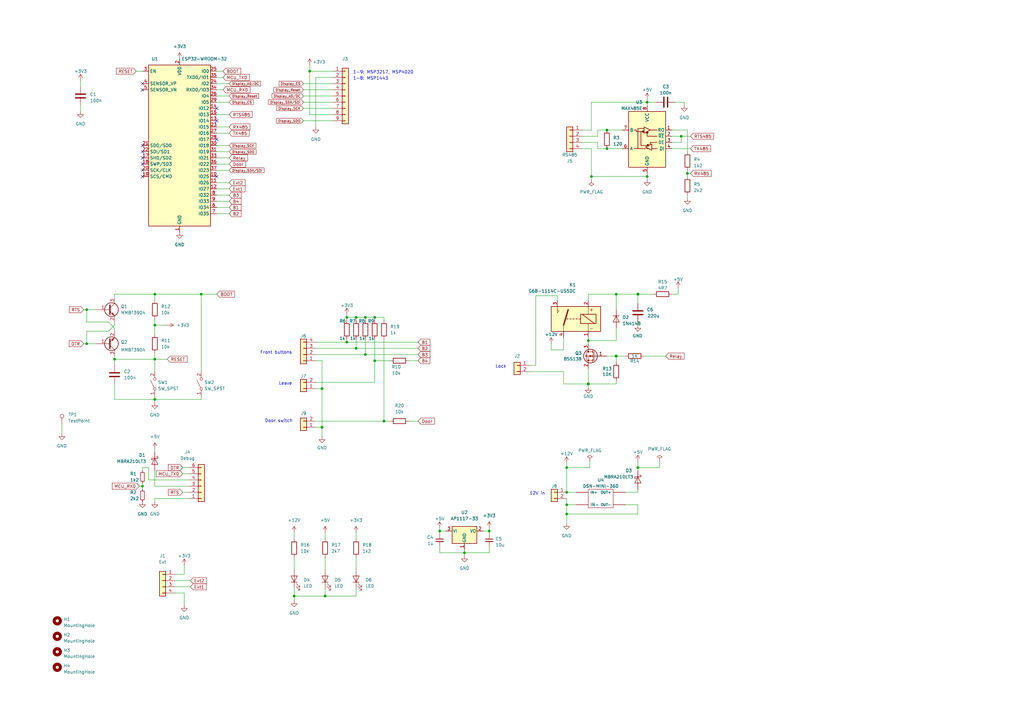
<source format=kicad_sch>
(kicad_sch (version 20230819) (generator eeschema)
  (paper "A3")
  (junction (at 153.67 147.955))
  (junction (at 146.05 142.875))
  (junction (at 120.65 244.475))
  (junction (at 241.3 157.48) (diameter 1.016))
  (junction (at 153.67 130.175))
  (junction (at 149.86 145.415))
  (junction (at 232.41 210.82))
  (junction (at 248.92 60.96))
  (junction (at 180.34 217.805))
  (junction (at 63.5 133.35))
  (junction (at 46.99 147.32))
  (junction (at 248.92 53.34))
  (junction (at 82.55 120.65))
  (junction (at 142.24 130.175))
  (junction (at 281.94 71.12))
  (junction (at 132.08 175.26))
  (junction (at 127 29.21))
  (junction (at 241.3 139.7))
  (junction (at 157.48 172.72))
  (junction (at 35.56 140.97))
  (junction (at 261.62 191.77))
  (junction (at 142.24 140.335))
  (junction (at 200.66 217.805))
  (junction (at 63.5 120.65))
  (junction (at 232.41 201.93))
  (junction (at 265.43 41.91))
  (junction (at 242.57 72.39))
  (junction (at 261.62 120.65) (diameter 1.016))
  (junction (at 279.4 55.88))
  (junction (at 252.73 146.05) (diameter 1.016))
  (junction (at 133.35 244.475))
  (junction (at 265.43 72.39))
  (junction (at 149.86 130.175))
  (junction (at 232.41 207.01))
  (junction (at 63.5 147.32))
  (junction (at 146.05 130.175))
  (junction (at 190.5 226.695))
  (junction (at 252.73 120.65))
  (junction (at 232.41 191.77))
  (junction (at 63.5 163.83))
  (junction (at 58.42 199.39))
  (junction (at 35.56 127))
  (junction (at 132.08 159.385))
  (no_connect (at 58.42 59.69))
  (no_connect (at 58.42 62.23))
  (no_connect (at 58.42 64.77))
  (no_connect (at 58.42 67.31))
  (no_connect (at 58.42 69.85))
  (no_connect (at 58.42 72.39))
  (no_connect (at 58.42 36.83))
  (no_connect (at 58.42 34.29))
  (no_connect (at 88.9 72.39))
  (no_connect (at 88.9 49.53))
  (no_connect (at 88.9 57.15))
  (no_connect (at 88.9 44.45))
  (wire (pts (xy 46.99 120.65) (xy 63.5 120.65)))
  (wire (pts (xy 278.13 120.65) (xy 275.59 120.65)))
  (wire (pts (xy 35.56 132.08) (xy 35.56 127)))
  (wire (pts (xy 267.97 120.65) (xy 261.62 120.65)))
  (wire (pts (xy 63.5 120.65) (xy 63.5 123.19)))
  (wire (pts (xy 232.41 207.01) (xy 232.41 210.82)))
  (wire (pts (xy 82.55 120.65) (xy 88.9 120.65)))
  (wire (pts (xy 75.565 231.775) (xy 75.565 235.585)))
  (wire (pts (xy 153.67 130.175) (xy 153.67 131.445)))
  (wire (pts (xy 217.17 152.4) (xy 231.14 152.4)))
  (wire (pts (xy 33.02 43.18) (xy 33.02 45.72)))
  (wire (pts (xy 74.93 194.31) (xy 77.47 194.31)))
  (wire (pts (xy 252.73 120.65) (xy 241.3 120.65)))
  (wire (pts (xy 63.5 130.81) (xy 63.5 133.35)))
  (wire (pts (xy 242.57 53.34) (xy 238.76 53.34)))
  (wire (pts (xy 75.565 243.205) (xy 71.755 243.205)))
  (wire (pts (xy 124.46 39.37) (xy 136.525 39.37)))
  (wire (pts (xy 34.29 140.97) (xy 35.56 140.97)))
  (wire (pts (xy 136.525 46.99) (xy 127 46.99)))
  (wire (pts (xy 58.42 191.77) (xy 60.96 191.77)))
  (wire (pts (xy 60.96 191.77) (xy 60.96 196.85)))
  (wire (pts (xy 142.24 128.905) (xy 142.24 130.175)))
  (wire (pts (xy 129.54 31.75) (xy 129.54 52.07)))
  (wire (pts (xy 270.51 189.23) (xy 270.51 191.77)))
  (wire (pts (xy 63.5 120.65) (xy 82.55 120.65)))
  (wire (pts (xy 261.62 191.77) (xy 261.62 193.04)))
  (wire (pts (xy 242.57 72.39) (xy 242.57 73.66)))
  (wire (pts (xy 153.67 147.955) (xy 153.67 156.845)))
  (wire (pts (xy 88.9 69.85) (xy 93.98 69.85)))
  (wire (pts (xy 157.48 130.175) (xy 157.48 131.445)))
  (wire (pts (xy 146.05 130.175) (xy 146.05 131.445)))
  (wire (pts (xy 88.9 62.23) (xy 93.98 62.23)))
  (wire (pts (xy 252.73 146.05) (xy 248.92 146.05)))
  (wire (pts (xy 63.5 147.32) (xy 63.5 152.4)))
  (wire (pts (xy 55.88 29.21) (xy 58.42 29.21)))
  (wire (pts (xy 261.62 124.46) (xy 261.62 120.65)))
  (wire (pts (xy 231.14 143.51) (xy 231.14 138.43)))
  (wire (pts (xy 241.3 139.7) (xy 241.3 140.97)))
  (wire (pts (xy 146.05 139.065) (xy 146.05 142.875)))
  (wire (pts (xy 248.92 60.96) (xy 255.27 60.96)))
  (wire (pts (xy 242.57 60.96) (xy 242.57 72.39)))
  (wire (pts (xy 88.9 59.69) (xy 93.98 59.69)))
  (wire (pts (xy 88.9 77.47) (xy 93.98 77.47)))
  (wire (pts (xy 190.5 226.695) (xy 190.5 227.965)))
  (wire (pts (xy 63.5 193.04) (xy 63.5 199.39)))
  (wire (pts (xy 124.46 49.53) (xy 136.525 49.53)))
  (wire (pts (xy 252.73 139.7) (xy 241.3 139.7)))
  (wire (pts (xy 242.57 41.91) (xy 242.57 53.34)))
  (wire (pts (xy 142.24 140.335) (xy 171.45 140.335)))
  (wire (pts (xy 265.43 40.64) (xy 265.43 41.91)))
  (wire (pts (xy 157.48 172.72) (xy 129.54 172.72)))
  (wire (pts (xy 261.62 120.65) (xy 252.73 120.65)))
  (wire (pts (xy 129.54 175.26) (xy 132.08 175.26)))
  (wire (pts (xy 75.565 243.205) (xy 75.565 248.285)))
  (wire (pts (xy 132.08 175.26) (xy 132.08 179.07)))
  (wire (pts (xy 245.11 58.42) (xy 245.11 60.96)))
  (wire (pts (xy 46.99 134.62) (xy 46.99 135.89)))
  (wire (pts (xy 60.96 196.85) (xy 77.47 196.85)))
  (wire (pts (xy 241.935 189.23) (xy 241.935 191.77)))
  (wire (pts (xy 88.9 39.37) (xy 93.98 39.37)))
  (wire (pts (xy 153.67 139.065) (xy 153.67 147.955)))
  (wire (pts (xy 82.55 163.83) (xy 63.5 163.83)))
  (wire (pts (xy 261.62 210.82) (xy 261.62 207.01)))
  (wire (pts (xy 228.6 123.19) (xy 228.6 121.285)))
  (wire (pts (xy 278.13 118.11) (xy 278.13 120.65)))
  (wire (pts (xy 124.46 36.83) (xy 136.525 36.83)))
  (wire (pts (xy 280.67 43.18) (xy 280.67 41.91)))
  (wire (pts (xy 256.54 146.05) (xy 252.73 146.05)))
  (wire (pts (xy 281.94 71.12) (xy 283.21 71.12)))
  (wire (pts (xy 149.86 130.175) (xy 149.86 131.445)))
  (wire (pts (xy 219.71 149.86) (xy 217.17 149.86)))
  (wire (pts (xy 124.46 44.45) (xy 136.525 44.45)))
  (wire (pts (xy 180.34 216.535) (xy 180.34 217.805)))
  (wire (pts (xy 63.5 147.32) (xy 68.58 147.32)))
  (wire (pts (xy 132.08 159.385) (xy 132.08 175.26)))
  (wire (pts (xy 142.24 139.065) (xy 142.24 140.335)))
  (wire (pts (xy 63.5 162.56) (xy 63.5 163.83)))
  (wire (pts (xy 281.94 71.12) (xy 281.94 72.39)))
  (wire (pts (xy 46.99 121.92) (xy 46.99 120.65)))
  (wire (pts (xy 88.9 85.09) (xy 93.98 85.09)))
  (wire (pts (xy 63.5 133.35) (xy 63.5 137.16)))
  (wire (pts (xy 275.59 53.34) (xy 281.94 53.34)))
  (wire (pts (xy 120.65 244.475) (xy 120.65 246.38)))
  (wire (pts (xy 273.05 146.05) (xy 264.16 146.05)))
  (wire (pts (xy 88.9 54.61) (xy 93.98 54.61)))
  (wire (pts (xy 136.525 31.75) (xy 129.54 31.75)))
  (wire (pts (xy 146.05 130.175) (xy 149.86 130.175)))
  (wire (pts (xy 35.56 127) (xy 39.37 127)))
  (wire (pts (xy 142.24 130.175) (xy 142.24 131.445)))
  (wire (pts (xy 25.4 173.99) (xy 25.4 177.8)))
  (wire (pts (xy 255.27 53.34) (xy 248.92 53.34)))
  (wire (pts (xy 228.6 121.285) (xy 219.71 121.285)))
  (wire (pts (xy 232.41 204.47) (xy 232.41 207.01)))
  (wire (pts (xy 146.05 218.44) (xy 146.05 220.98)))
  (wire (pts (xy 120.65 228.6) (xy 120.65 233.68)))
  (wire (pts (xy 232.41 210.82) (xy 261.62 210.82)))
  (wire (pts (xy 265.43 71.12) (xy 265.43 72.39)))
  (wire (pts (xy 275.59 60.96) (xy 283.21 60.96)))
  (wire (pts (xy 252.73 120.65) (xy 252.73 127)))
  (wire (pts (xy 241.3 157.48) (xy 252.73 157.48)))
  (wire (pts (xy 219.71 121.285) (xy 219.71 149.86)))
  (wire (pts (xy 46.99 147.32) (xy 63.5 147.32)))
  (wire (pts (xy 245.11 53.34) (xy 245.11 55.88)))
  (wire (pts (xy 275.59 55.88) (xy 279.4 55.88)))
  (wire (pts (xy 146.05 241.3) (xy 146.05 244.475)))
  (wire (pts (xy 129.54 140.335) (xy 142.24 140.335)))
  (wire (pts (xy 46.99 163.83) (xy 63.5 163.83)))
  (wire (pts (xy 261.62 189.23) (xy 261.62 191.77)))
  (wire (pts (xy 63.5 184.15) (xy 63.5 185.42)))
  (wire (pts (xy 58.42 198.12) (xy 58.42 199.39)))
  (wire (pts (xy 58.42 199.39) (xy 58.42 200.66)))
  (wire (pts (xy 46.99 157.48) (xy 46.99 163.83)))
  (wire (pts (xy 88.9 46.99) (xy 93.98 46.99)))
  (wire (pts (xy 167.64 172.72) (xy 171.45 172.72)))
  (wire (pts (xy 167.64 147.955) (xy 171.45 147.955)))
  (wire (pts (xy 261.62 200.66) (xy 261.62 201.93)))
  (wire (pts (xy 200.66 216.535) (xy 200.66 217.805)))
  (wire (pts (xy 241.3 157.48) (xy 241.3 158.75)))
  (wire (pts (xy 74.93 201.93) (xy 77.47 201.93)))
  (wire (pts (xy 180.34 219.075) (xy 180.34 217.805)))
  (wire (pts (xy 157.48 172.72) (xy 160.02 172.72)))
  (wire (pts (xy 232.41 207.01) (xy 236.22 207.01)))
  (wire (pts (xy 35.56 140.97) (xy 39.37 140.97)))
  (wire (pts (xy 242.57 72.39) (xy 265.43 72.39)))
  (wire (pts (xy 241.3 138.43) (xy 241.3 139.7)))
  (wire (pts (xy 149.86 145.415) (xy 171.45 145.415)))
  (wire (pts (xy 88.9 64.77) (xy 93.98 64.77)))
  (wire (pts (xy 124.46 41.91) (xy 136.525 41.91)))
  (wire (pts (xy 280.67 41.91) (xy 276.86 41.91)))
  (wire (pts (xy 88.9 74.93) (xy 93.98 74.93)))
  (wire (pts (xy 245.11 60.96) (xy 248.92 60.96)))
  (wire (pts (xy 88.9 67.31) (xy 93.98 67.31)))
  (wire (pts (xy 71.755 238.125) (xy 78.105 238.125)))
  (wire (pts (xy 58.42 191.77) (xy 58.42 193.04)))
  (wire (pts (xy 279.4 55.88) (xy 283.21 55.88)))
  (wire (pts (xy 63.5 133.35) (xy 68.58 133.35)))
  (wire (pts (xy 129.54 142.875) (xy 146.05 142.875)))
  (wire (pts (xy 232.41 210.82) (xy 232.41 214.63)))
  (wire (pts (xy 74.93 191.77) (xy 77.47 191.77)))
  (wire (pts (xy 63.5 163.83) (xy 63.5 165.1)))
  (wire (pts (xy 88.9 52.07) (xy 93.98 52.07)))
  (wire (pts (xy 265.43 72.39) (xy 265.43 73.66)))
  (wire (pts (xy 279.4 58.42) (xy 275.59 58.42)))
  (wire (pts (xy 232.41 191.77) (xy 232.41 201.93)))
  (wire (pts (xy 180.34 217.805) (xy 182.88 217.805)))
  (wire (pts (xy 46.99 132.08) (xy 46.99 133.35)))
  (wire (pts (xy 88.9 34.29) (xy 93.98 34.29)))
  (wire (pts (xy 252.73 157.48) (xy 252.73 156.21)))
  (wire (pts (xy 160.02 147.955) (xy 153.67 147.955)))
  (wire (pts (xy 46.99 147.32) (xy 46.99 149.86)))
  (wire (pts (xy 88.9 80.01) (xy 93.98 80.01)))
  (wire (pts (xy 232.41 201.93) (xy 236.22 201.93)))
  (wire (pts (xy 133.35 218.44) (xy 133.35 220.98)))
  (wire (pts (xy 129.54 159.385) (xy 132.08 159.385)))
  (wire (pts (xy 44.45 135.89) (xy 35.56 135.89)))
  (wire (pts (xy 281.94 69.85) (xy 281.94 71.12)))
  (wire (pts (xy 127 29.21) (xy 127 46.99)))
  (wire (pts (xy 88.9 29.21) (xy 91.44 29.21)))
  (wire (pts (xy 248.92 53.34) (xy 245.11 53.34)))
  (wire (pts (xy 265.43 41.91) (xy 242.57 41.91)))
  (wire (pts (xy 265.43 41.91) (xy 269.24 41.91)))
  (wire (pts (xy 281.94 80.01) (xy 281.94 81.28)))
  (wire (pts (xy 75.565 235.585) (xy 71.755 235.585)))
  (wire (pts (xy 88.9 82.55) (xy 93.98 82.55)))
  (wire (pts (xy 241.3 151.13) (xy 241.3 157.48)))
  (wire (pts (xy 88.9 87.63) (xy 93.98 87.63)))
  (wire (pts (xy 44.45 132.08) (xy 35.56 132.08)))
  (wire (pts (xy 153.67 130.175) (xy 157.48 130.175)))
  (wire (pts (xy 279.4 55.88) (xy 279.4 58.42)))
  (wire (pts (xy 129.54 147.955) (xy 132.08 147.955)))
  (wire (pts (xy 241.3 120.65) (xy 241.3 123.19)))
  (wire (pts (xy 149.86 130.175) (xy 153.67 130.175)))
  (wire (pts (xy 133.35 241.3) (xy 133.35 244.475)))
  (wire (pts (xy 245.11 55.88) (xy 238.76 55.88)))
  (wire (pts (xy 129.54 145.415) (xy 149.86 145.415)))
  (wire (pts (xy 261.62 201.93) (xy 256.54 201.93)))
  (wire (pts (xy 265.43 41.91) (xy 265.43 43.18)))
  (wire (pts (xy 127 26.67) (xy 127 29.21)))
  (wire (pts (xy 146.05 142.875) (xy 171.45 142.875)))
  (wire (pts (xy 88.9 41.91) (xy 93.98 41.91)))
  (wire (pts (xy 252.73 134.62) (xy 252.73 139.7)))
  (wire (pts (xy 241.935 191.77) (xy 232.41 191.77)))
  (wire (pts (xy 231.14 152.4) (xy 231.14 157.48)))
  (wire (pts (xy 44.45 132.08) (xy 46.99 134.62)))
  (wire (pts (xy 281.94 53.34) (xy 281.94 62.23)))
  (wire (pts (xy 63.5 199.39) (xy 77.47 199.39)))
  (wire (pts (xy 82.55 120.65) (xy 82.55 152.4)))
  (wire (pts (xy 261.62 132.08) (xy 261.62 133.35)))
  (wire (pts (xy 120.65 241.3) (xy 120.65 244.475)))
  (wire (pts (xy 231.14 157.48) (xy 241.3 157.48)))
  (wire (pts (xy 133.35 244.475) (xy 120.65 244.475)))
  (wire (pts (xy 33.02 33.02) (xy 33.02 35.56)))
  (wire (pts (xy 252.73 146.05) (xy 252.73 148.59)))
  (wire (pts (xy 35.56 135.89) (xy 35.56 140.97)))
  (wire (pts (xy 238.76 58.42) (xy 245.11 58.42)))
  (wire (pts (xy 180.34 224.155) (xy 180.34 226.695)))
  (wire (pts (xy 180.34 226.695) (xy 190.5 226.695)))
  (wire (pts (xy 190.5 226.695) (xy 190.5 225.425)))
  (wire (pts (xy 88.9 36.83) (xy 91.44 36.83)))
  (wire (pts (xy 226.06 143.51) (xy 231.14 143.51)))
  (wire (pts (xy 142.24 130.175) (xy 146.05 130.175)))
  (wire (pts (xy 57.15 199.39) (xy 58.42 199.39)))
  (wire (pts (xy 198.12 217.805) (xy 200.66 217.805)))
  (wire (pts (xy 200.66 219.075) (xy 200.66 217.805)))
  (wire (pts (xy 146.05 228.6) (xy 146.05 233.68)))
  (wire (pts (xy 120.65 218.44) (xy 120.65 220.98)))
  (wire (pts (xy 44.45 135.89) (xy 46.99 133.35)))
  (wire (pts (xy 270.51 191.77) (xy 261.62 191.77)))
  (wire (pts (xy 124.46 34.29) (xy 136.525 34.29)))
  (wire (pts (xy 238.76 60.96) (xy 242.57 60.96)))
  (wire (pts (xy 46.99 146.05) (xy 46.99 147.32)))
  (wire (pts (xy 190.5 226.695) (xy 200.66 226.695)))
  (wire (pts (xy 200.66 224.155) (xy 200.66 226.695)))
  (wire (pts (xy 146.05 244.475) (xy 133.35 244.475)))
  (wire (pts (xy 129.54 156.845) (xy 153.67 156.845)))
  (wire (pts (xy 127 29.21) (xy 136.525 29.21)))
  (wire (pts (xy 261.62 207.01) (xy 256.54 207.01)))
  (wire (pts (xy 71.755 240.665) (xy 78.105 240.665)))
  (wire (pts (xy 82.55 162.56) (xy 82.55 163.83)))
  (wire (pts (xy 133.35 228.6) (xy 133.35 233.68)))
  (wire (pts (xy 149.86 139.065) (xy 149.86 145.415)))
  (wire (pts (xy 132.08 147.955) (xy 132.08 159.385)))
  (wire (pts (xy 226.06 140.97) (xy 226.06 143.51)))
  (wire (pts (xy 232.41 189.865) (xy 232.41 191.77)))
  (wire (pts (xy 63.5 144.78) (xy 63.5 147.32)))
  (wire (pts (xy 63.5 204.47) (xy 63.5 205.74)))
  (wire (pts (xy 77.47 204.47) (xy 63.5 204.47)))
  (wire (pts (xy 34.29 127) (xy 35.56 127)))
  (wire (pts (xy 88.9 31.75) (xy 91.44 31.75)))
  (wire (pts (xy 157.48 139.065) (xy 157.48 172.72)))
  (text "Door switch" (at 114.3 172.72 0) (effects (font (size 1.27 1.27))))
  (text "1-8: MSP1443" (at 144.78 33.02 0) (effects (font (size 1.27 1.27)) (justify left bottom)))
  (text "Lock" (at 203.2 151.13 0) (effects (font (size 1.27 1.27)) (justify left bottom)))
  (text "12V in" (at 217.17 203.2 0) (effects (font (size 1.27 1.27)) (justify left bottom)))
  (text "1-9: MSP3217, MSP4020" (at 144.78 30.48 0) (effects (font (size 1.27 1.27)) (justify left bottom)))
  (text "Front buttons" (at 106.68 145.415 0) (effects (font (size 1.27 1.27)) (justify left bottom)))
  (text "Leave" (at 114.3 158.115 0) (effects (font (size 1.27 1.27)) (justify left bottom)))
  (global_label "B2" (shape input) (at 93.98 87.63 0) (property "Intersheetrefs" "${INTERSHEET_REFS}" (effects hide)))
  (global_label "Door" (shape input) (at 171.45 172.72 0) (property "Intersheetrefs" "${INTERSHEET_REFS}" (effects hide)))
  (global_label "Ext2" (shape input) (at 78.105 238.125 0) (property "Intersheetrefs" "${INTERSHEET_REFS}" (effects hide)))
  (global_label "TX485" (shape input) (at 283.21 60.96 0) (property "Intersheetrefs" "${INTERSHEET_REFS}" (effects hide)))
  (global_label "Display_SDO" (shape input) (at 124.46 49.53 180) (effects (font (size 1 1))) (property "Intersheetrefs" "${INTERSHEET_REFS}" (effects hide)))
  (global_label "B4" (shape input) (at 93.98 82.55 0) (property "Intersheetrefs" "${INTERSHEET_REFS}" (effects hide)))
  (global_label "BOOT" (shape input) (at 88.9 120.65 0) (property "Intersheetrefs" "${INTERSHEET_REFS}" (effects hide)))
  (global_label "Ext2" (shape input) (at 93.98 74.93 0) (property "Intersheetrefs" "${INTERSHEET_REFS}" (effects hide)))
  (global_label "Display_CS" (shape input) (at 93.98 41.91 0) (effects (font (size 1 1))) (property "Intersheetrefs" "${INTERSHEET_REFS}" (effects hide)))
  (global_label "B1" (shape input) (at 171.45 140.335 0) (property "Intersheetrefs" "${INTERSHEET_REFS}" (effects hide)))
  (global_label "Display_SDA{slash}SDI" (shape input) (at 93.98 69.85 0) (effects (font (size 1 1))) (property "Intersheetrefs" "${INTERSHEET_REFS}" (effects hide)))
  (global_label "Relay" (shape input) (at 93.98 64.77 0) (property "Intersheetrefs" "${INTERSHEET_REFS}" (effects hide)))
  (global_label "B3" (shape input) (at 93.98 80.01 0) (property "Intersheetrefs" "${INTERSHEET_REFS}" (effects hide)))
  (global_label "B1" (shape input) (at 93.98 85.09 0) (property "Intersheetrefs" "${INTERSHEET_REFS}" (effects hide)))
  (global_label "Relay" (shape input) (at 273.05 146.05 0) (property "Intersheetrefs" "${INTERSHEET_REFS}" (effects hide)))
  (global_label "Display_SDA{slash}SDI" (shape input) (at 124.46 41.91 180) (effects (font (size 1 1))) (property "Intersheetrefs" "${INTERSHEET_REFS}" (effects hide)))
  (global_label "MCU_RX0" (shape input) (at 57.15 199.39 180) (property "Intersheetrefs" "${INTERSHEET_REFS}" (effects hide)))
  (global_label "Display_SDO" (shape input) (at 93.98 62.23 0) (effects (font (size 1 1))) (property "Intersheetrefs" "${INTERSHEET_REFS}" (effects hide)))
  (global_label "RTS485" (shape input) (at 283.21 55.88 0) (property "Intersheetrefs" "${INTERSHEET_REFS}" (effects hide)))
  (global_label "RESET" (shape input) (at 68.58 147.32 0) (property "Intersheetrefs" "${INTERSHEET_REFS}" (effects hide)))
  (global_label "DTR" (shape input) (at 74.93 191.77 180) (property "Intersheetrefs" "${INTERSHEET_REFS}" (effects hide)))
  (global_label "B2" (shape input) (at 171.45 142.875 0) (property "Intersheetrefs" "${INTERSHEET_REFS}" (effects hide)))
  (global_label "RX485" (shape input) (at 93.98 52.07 0) (property "Intersheetrefs" "${INTERSHEET_REFS}" (effects hide)))
  (global_label "Ext1" (shape input) (at 78.105 240.665 0) (property "Intersheetrefs" "${INTERSHEET_REFS}" (effects hide)))
  (global_label "Door" (shape input) (at 93.98 67.31 0) (property "Intersheetrefs" "${INTERSHEET_REFS}" (effects hide)))
  (global_label "BOOT" (shape input) (at 91.44 29.21 0) (property "Intersheetrefs" "${INTERSHEET_REFS}" (effects hide)))
  (global_label "RTS" (shape input) (at 34.29 127 180) (property "Intersheetrefs" "${INTERSHEET_REFS}" (effects hide)))
  (global_label "TX485" (shape input) (at 93.98 54.61 0) (property "Intersheetrefs" "${INTERSHEET_REFS}" (effects hide)))
  (global_label "DTR" (shape input) (at 34.29 140.97 180) (property "Intersheetrefs" "${INTERSHEET_REFS}" (effects hide)))
  (global_label "RESET" (shape input) (at 55.88 29.21 180) (property "Intersheetrefs" "${INTERSHEET_REFS}" (effects hide)))
  (global_label "RTS" (shape input) (at 74.93 201.93 180) (property "Intersheetrefs" "${INTERSHEET_REFS}" (effects hide)))
  (global_label "Display_Reset" (shape input) (at 124.46 36.83 180) (effects (font (size 1 1))) (property "Intersheetrefs" "${INTERSHEET_REFS}" (effects hide)))
  (global_label "Ext1" (shape input) (at 93.98 77.47 0) (property "Intersheetrefs" "${INTERSHEET_REFS}" (effects hide)))
  (global_label "Display_A0{slash}DC" (shape input) (at 93.98 34.29 0) (effects (font (size 1 1))) (property "Intersheetrefs" "${INTERSHEET_REFS}" (effects hide)))
  (global_label "Display_Reset" (shape input) (at 93.98 39.37 0) (effects (font (size 1 1))) (property "Intersheetrefs" "${INTERSHEET_REFS}" (effects hide)))
  (global_label "Display_CS" (shape input) (at 124.46 34.29 180) (effects (font (size 1 1))) (property "Intersheetrefs" "${INTERSHEET_REFS}" (effects hide)))
  (global_label "Display_SCK" (shape input) (at 124.46 44.45 180) (effects (font (size 1 1))) (property "Intersheetrefs" "${INTERSHEET_REFS}" (effects hide)))
  (global_label "MCU_RX0" (shape input) (at 91.44 36.83 0) (property "Intersheetrefs" "${INTERSHEET_REFS}" (effects hide)))
  (global_label "B4" (shape input) (at 171.45 147.955 0) (property "Intersheetrefs" "${INTERSHEET_REFS}" (effects hide)))
  (global_label "Display_A0{slash}DC" (shape input) (at 124.46 39.37 180) (effects (font (size 1 1))) (property "Intersheetrefs" "${INTERSHEET_REFS}" (effects hide)))
  (global_label "Display_SCK" (shape input) (at 93.98 59.69 0) (effects (font (size 1 1))) (property "Intersheetrefs" "${INTERSHEET_REFS}" (effects hide)))
  (global_label "B3" (shape input) (at 171.45 145.415 0) (property "Intersheetrefs" "${INTERSHEET_REFS}" (effects hide)))
  (global_label "MCU_TX0" (shape input) (at 91.44 31.75 0) (property "Intersheetrefs" "${INTERSHEET_REFS}" (effects hide)))
  (global_label "RX485" (shape input) (at 283.21 71.12 0) (property "Intersheetrefs" "${INTERSHEET_REFS}" (effects hide)))
  (global_label "MCU_TX0" (shape input) (at 74.93 194.31 180) (property "Intersheetrefs" "${INTERSHEET_REFS}" (effects hide)))
  (global_label "RTS485" (shape input) (at 93.98 46.99 0) (property "Intersheetrefs" "${INTERSHEET_REFS}" (effects hide)))
  (symbol (lib_id "power:+3V3") (at 127 26.67 0) (unit 1)
    (property "Reference" "#PWR09" (effects hide))
    (property "Value" "+3V3" (at 130.81 25.4 0))
  )
  (symbol (lib_id "power:GND") (at 75.565 248.285 0) (unit 1)
    (property "Reference" "#PWR08" (effects hide))
    (property "Value" "GND" (at 75.565 253.365 0))
  )
  (symbol (lib_id "Device:C_Small") (at 200.66 221.615 0) (unit 1)
    (property "Reference" "C5" (at 203.2 220.9863 0) (effects (justify left)))
    (property "Value" "10u" (at 203.2 223.5263 0) (effects (justify left)))
    (property "Footprint" "Capacitor_SMD:C_0603_1608Metric" (effects hide))
  )
  (symbol (lib_id "Transistor_BJT:MMBT3904") (at 44.45 127 0) (unit 1)
    (property "Reference" "Q1" (at 49.53 125.73 0) (effects (justify left)))
    (property "Value" "MMBT3904" (at 49.53 128.27 0) (effects (justify left)))
    (property "Footprint" "Package_TO_SOT_SMD:SOT-23" (effects hide))
    (property "Datasheet" "https://www.onsemi.com/pub/Collateral/2N3903-D.PDF" (effects hide))
  )
  (symbol (lib_id "g6b-1114c-us-dc5:G6B-1114C-US-DC5") (at 236.22 130.81 0) (mirror y) (unit 1)
    (property "Reference" "K1" (at 236.22 116.84 0) (effects (justify left)))
    (property "Value" "G6B-1114C-US5DC" (at 236.22 119.38 0) (effects (justify left)))
    (property "Footprint" "modules:DIL-relay" (effects hide))
  )
  (symbol (lib_id "Connector_Generic:Conn_01x02") (at 124.46 175.26 180) (unit 1)
    (property "Reference" "J9" (at 124.46 169.545 0))
    (property "Value" "Conn_01x02" (effects hide))
    (property "Footprint" "Connector_JST:JST_XH_B2B-XH-A_1x02_P2.50mm_Vertical" (effects hide))
    (property "Description" "Generic connector, single row, 01x02, script generated (kicad-library-utils/schlib/autogen/connector/)" (effects hide))
  )
  (symbol (lib_id "Connector_Generic:Conn_01x04") (at 66.675 238.125 0) (mirror y) (unit 1)
    (property "Reference" "J1" (at 66.675 227.965 0))
    (property "Value" "Ext" (at 66.675 230.505 0))
    (property "Footprint" "Connector_PinHeader_2.54mm:PinHeader_1x04_P2.54mm_Vertical" (effects hide))
  )
  (symbol (lib_id "Switch:SW_SPST") (at 82.55 157.48 90) (unit 1)
    (property "Reference" "SW2" (at 83.82 156.845 90) (effects (justify right)))
    (property "Value" "SW_SPST" (at 83.82 159.385 90) (effects (justify right)))
    (property "Footprint" "Button_Switch_SMD:SW_SPST_CK_RS282G05A3" (effects hide))
  )
  (symbol (lib_id "power:PWR_FLAG") (at 242.57 73.66 180) (unit 1)
    (property "Reference" "#FLG03" (effects hide))
    (property "Value" "PWR_FLAG" (at 242.57 78.74 0))
    (property "Description" "Power flag, general" (effects hide))
  )
  (symbol (lib_id "Device:C") (at 33.02 39.37 0) (unit 1)
    (property "Reference" "C1" (at 36.83 38.735 0) (effects (justify left)))
    (property "Value" "100n" (at 36.83 41.275 0) (effects (justify left)))
    (property "Footprint" "Capacitor_SMD:C_0603_1608Metric" (effects hide))
  )
  (symbol (lib_id "power:GND") (at 129.54 52.07 0) (unit 1)
    (property "Reference" "#PWR011" (effects hide))
    (property "Value" "GND" (at 129.54 57.15 0))
  )
  (symbol (lib_id "Connector_Generic:Conn_01x09") (at 141.605 39.37 0) (unit 1)
    (property "Reference" "J3" (at 140.335 24.13 0) (effects (justify left)))
    (property "Value" "Display4020" (effects hide))
    (property "Footprint" "Connector_PinHeader_2.54mm:PinHeader_1x09_P2.54mm_Vertical" (effects hide))
  )
  (symbol (lib_id "power:GND") (at 63.5 205.74 0) (unit 1)
    (property "Reference" "#PWR015" (effects hide))
    (property "Value" "GND" (at 63.5 210.82 0))
  )
  (symbol (lib_id "dsnmini360:DSN-MINI-360") (at 246.38 204.47 0) (unit 1)
    (property "Reference" "U4" (at 246.38 196.85 0))
    (property "Value" "DSN-MINI-360" (at 246.38 199.39 0))
    (property "Footprint" "modules:DSN-MINI-360" (effects hide))
    (property "Datasheet" "regulator\\lm78xx.pdf" (effects hide))
  )
  (symbol (lib_id "Device:LED") (at 120.65 237.49 90) (unit 1)
    (property "Reference" "D4" (at 124.46 237.8201 90) (effects (justify right)))
    (property "Value" "LED" (at 124.46 240.3601 90) (effects (justify right)))
    (property "Footprint" "LED_SMD:LED_0603_1608Metric" (effects hide))
    (property "Description" "Light emitting diode" (effects hide))
  )
  (symbol (lib_id "power:+5V") (at 180.34 216.535 0) (unit 1)
    (property "Reference" "#PWR012" (effects hide))
    (property "Value" "+5V" (at 180.34 212.725 0))
  )
  (symbol (lib_id "power:GND") (at 120.65 246.38 0) (unit 1)
    (property "Reference" "#PWR031" (effects hide))
    (property "Value" "GND" (at 120.65 251.46 0))
    (property "Description" "Power flag, ground" (effects hide))
  )
  (symbol (lib_id "Device:LED") (at 133.35 237.49 90) (unit 1)
    (property "Reference" "D5" (at 137.16 237.8201 90) (effects (justify right)))
    (property "Value" "LED" (at 137.16 240.3601 90) (effects (justify right)))
    (property "Footprint" "LED_SMD:LED_0603_1608Metric" (effects hide))
    (property "Description" "Light emitting diode" (effects hide))
  )
  (symbol (lib_id "Device:R_Small") (at 58.42 195.58 0) (mirror y) (unit 1)
    (property "Reference" "R1" (at 53.34 194.3099 0) (effects (justify right)))
    (property "Value" "1k2" (at 53.34 196.8499 0) (effects (justify right)))
    (property "Footprint" "Resistor_SMD:R_0603_1608Metric" (effects hide))
  )
  (symbol (lib_id "power:+3.3V") (at 142.24 128.905 0) (unit 1)
    (property "Reference" "#PWR023" (effects hide))
    (property "Value" "+3V3" (at 142.24 125.3005 0))
    (property "Description" "Power flag, +3.3V" (effects hide))
  )
  (symbol (lib_id "Device:R") (at 153.67 135.255 0) (unit 1)
    (property "Reference" "R9" (at 150.876 131.699 0) (effects (justify left)))
    (property "Value" "1k" (at 151.13 138.811 0) (effects (justify left)))
    (property "Footprint" "Resistor_SMD:R_0603_1608Metric" (effects hide))
  )
  (symbol (lib_id "power:+12V") (at 226.06 140.97 0) (unit 1)
    (property "Reference" "#PWR04" (effects hide))
    (property "Value" "+12V" (at 226.06 137.16 0))
  )
  (symbol (lib_id "Device:R") (at 146.05 135.255 0) (unit 1)
    (property "Reference" "R7" (at 143.256 131.699 0) (effects (justify left)))
    (property "Value" "1k" (at 143.51 138.811 0) (effects (justify left)))
    (property "Footprint" "Resistor_SMD:R_0603_1608Metric" (effects hide))
  )
  (symbol (lib_name "GND_2") (lib_id "power:GND") (at 280.67 43.18 0) (unit 1)
    (property "Reference" "#PWR020" (effects hide))
    (property "Value" "GND" (at 280.67 48.26 0))
  )
  (symbol (lib_id "Mechanical:MountingHole") (at 23.495 267.335 0) (unit 1)
    (property "Reference" "H3" (at 26.035 266.7 0) (effects (justify left)))
    (property "Value" "MountingHole" (at 26.035 269.24 0) (effects (justify left)))
    (property "Footprint" "MountingHole:MountingHole_3.2mm_M3" (effects hide))
  )
  (symbol (lib_id "Device:LED") (at 146.05 237.49 90) (unit 1)
    (property "Reference" "D6" (at 149.86 237.8201 90) (effects (justify right)))
    (property "Value" "LED" (at 149.86 240.3601 90) (effects (justify right)))
    (property "Footprint" "LED_SMD:LED_0603_1608Metric" (effects hide))
    (property "Description" "Light emitting diode" (effects hide))
  )
  (symbol (lib_id "Device:C") (at 261.62 128.27 0) (mirror y) (unit 1)
    (property "Reference" "C6" (at 267.97 127 0) (effects (justify left)))
    (property "Value" "220u" (at 270.51 129.54 0) (effects (justify left)))
    (property "Footprint" "Capacitor_Tantalum_SMD:CP_EIA-6032-28_Kemet-C" (effects hide))
  )
  (symbol (lib_id "Device:D_Schottky") (at 63.5 189.23 270) (unit 1)
    (property "Reference" "D1" (at 59.69 186.69 90) (effects (justify right)))
    (property "Value" "MBRA210LT3 " (at 60.96 189.23 90) (effects (justify right)))
    (property "Footprint" "Diode_SMD:D_SMA" (effects hide))
  )
  (symbol (lib_id "Device:R") (at 149.86 135.255 0) (unit 1)
    (property "Reference" "R8" (at 147.066 131.699 0) (effects (justify left)))
    (property "Value" "1k" (at 147.32 138.811 0) (effects (justify left)))
    (property "Footprint" "Resistor_SMD:R_0603_1608Metric" (effects hide))
  )
  (symbol (lib_id "Device:D") (at 252.73 130.81 90) (mirror x) (unit 1)
    (property "Reference" "D2" (at 255.27 130.175 90) (effects (justify right)))
    (property "Value" "1N4148" (at 255.27 132.715 90) (effects (justify right)))
    (property "Footprint" "Diode_SMD:D_MiniMELF" (effects hide))
  )
  (symbol (lib_id "Device:R") (at 63.5 127 0) (unit 1)
    (property "Reference" "R12" (at 66.04 125.7299 0) (effects (justify left)))
    (property "Value" "10k" (at 66.04 128.2699 0) (effects (justify left)))
    (property "Footprint" "Resistor_SMD:R_0603_1608Metric" (effects hide))
    (property "Description" "Resistor" (effects hide))
  )
  (symbol (lib_id "Transistor_BJT:MMBT3904") (at 44.45 140.97 0) (mirror x) (unit 1)
    (property "Reference" "Q2" (at 49.53 140.335 0) (effects (justify left)))
    (property "Value" "MMBT3904" (at 49.53 143.51 0) (effects (justify left)))
    (property "Footprint" "Package_TO_SOT_SMD:SOT-23" (effects hide))
    (property "Datasheet" "https://www.onsemi.com/pub/Collateral/2N3903-D.PDF" (effects hide))
  )
  (symbol (lib_id "Device:R") (at 63.5 140.97 0) (unit 1)
    (property "Reference" "R11" (at 66.04 139.6999 0) (effects (justify left)))
    (property "Value" "10k" (at 66.04 142.2399 0) (effects (justify left)))
    (property "Footprint" "Resistor_SMD:R_0603_1608Metric" (effects hide))
    (property "Description" "Resistor" (effects hide))
  )
  (symbol (lib_name "GND_5") (lib_id "power:GND") (at 281.94 81.28 0) (unit 1)
    (property "Reference" "#PWR021" (effects hide))
    (property "Value" "GND" (at 281.94 86.36 0))
  )
  (symbol (lib_id "Device:R") (at 281.94 76.2 0) (unit 1)
    (property "Reference" "R5" (at 284.48 75.565 0) (effects (justify left)))
    (property "Value" "2k2" (at 284.48 78.105 0) (effects (justify left)))
    (property "Footprint" "Resistor_SMD:R_0603_1608Metric" (effects hide))
  )
  (symbol (lib_id "power:+3V3") (at 146.05 218.44 0) (unit 1)
    (property "Reference" "#PWR034" (effects hide))
    (property "Value" "+3V3" (at 146.05 213.36 0))
    (property "Description" "Power flag, +3.3V" (effects hide))
  )
  (symbol (lib_id "Connector_Generic:Conn_01x02") (at 212.09 149.86 0) (mirror y) (unit 1)
    (property "Reference" "J2" (at 212.09 146.05 0))
    (property "Value" "CONN_01X02" (effects hide))
    (property "Footprint" "Connector_JST:JST_XH_B2B-XH-A_1x02_P2.50mm_Vertical" (effects hide))
  )
  (symbol (lib_id "Connector_Generic:Conn_01x04") (at 233.68 55.88 0) (mirror y) (unit 1)
    (property "Reference" "J5" (at 233.68 66.04 0))
    (property "Value" "RS485" (at 233.68 63.5 0))
    (property "Footprint" "Connector_JST:JST_XH_B4B-XH-A_1x04_P2.50mm_Vertical" (effects hide))
  )
  (symbol (lib_id "power:PWR_FLAG") (at 270.51 189.23 0) (unit 1)
    (property "Reference" "#FLG01" (effects hide))
    (property "Value" "PWR_FLAG" (at 270.51 184.15 0))
    (property "Description" "Power flag, general" (effects hide))
  )
  (symbol (lib_id "Connector_Generic:Conn_01x06") (at 82.55 199.39 0) (mirror x) (unit 1)
    (property "Reference" "J4" (at 76.8985 185.42 0))
    (property "Value" "Debug" (at 76.8985 187.96 0))
    (property "Footprint" "Connector_PinHeader_2.54mm:PinHeader_1x06_P2.54mm_Vertical" (effects hide))
  )
  (symbol (lib_id "Device:R") (at 163.83 172.72 90) (unit 1)
    (property "Reference" "R20" (at 163.83 166.37 90))
    (property "Value" "10k" (at 163.83 168.91 90))
    (property "Footprint" "Resistor_SMD:R_0603_1608Metric" (effects hide))
    (property "Description" "Resistor" (effects hide))
  )
  (symbol (lib_id "Connector_Generic:Conn_01x02") (at 227.33 201.93 0) (mirror y) (unit 1)
    (property "Reference" "J8" (at 227.33 199.39 0))
    (property "Value" "Conn_01x02" (effects hide))
    (property "Footprint" "Connector_JST:JST_XH_B2B-XH-A_1x02_P2.50mm_Vertical" (effects hide))
  )
  (symbol (lib_id "power:+5V") (at 63.5 184.15 0) (unit 1)
    (property "Reference" "#PWR014" (effects hide))
    (property "Value" "+5V" (at 63.5 179.07 0))
  )
  (symbol (lib_id "Regulator_Linear:AP1117-33") (at 190.5 217.805 0) (unit 1)
    (property "Reference" "U2" (at 190.5 210.185 0))
    (property "Value" "AP1117-33" (at 190.5 212.725 0))
    (property "Footprint" "Package_TO_SOT_SMD:SOT-223-3_TabPin2" (effects hide))
    (property "Datasheet" "http://www.diodes.com/datasheets/AP1117.pdf" (effects hide))
  )
  (symbol (lib_id "power:GND") (at 73.66 95.25 0) (unit 1)
    (property "Reference" "#PWR06" (effects hide))
    (property "Value" "GND" (at 73.66 100.33 0))
  )
  (symbol (lib_id "power:GND") (at 261.62 133.35 0) (mirror y) (unit 1)
    (property "Reference" "#PWR026" (effects hide))
    (property "Value" "GND" (at 261.493 137.7442 0))
  )
  (symbol (lib_id "power:GND") (at 132.08 179.07 0) (unit 1)
    (property "Reference" "#PWR022" (effects hide))
    (property "Value" "GND" (at 132.08 183.6325 0))
  )
  (symbol (lib_id "Mechanical:MountingHole") (at 23.495 260.985 0) (unit 1)
    (property "Reference" "H2" (at 26.035 260.35 0) (effects (justify left)))
    (property "Value" "MountingHole" (at 26.035 262.89 0) (effects (justify left)))
    (property "Footprint" "MountingHole:MountingHole_3.2mm_M3" (effects hide))
  )
  (symbol (lib_id "Device:R") (at 252.73 152.4 0) (mirror y) (unit 1)
    (property "Reference" "R13" (at 250.952 151.2316 0) (effects (justify left)))
    (property "Value" "10K" (at 250.952 153.543 0) (effects (justify left)))
    (property "Footprint" "Resistor_SMD:R_0603_1608Metric" (effects hide))
  )
  (symbol (lib_id "Device:R") (at 146.05 224.79 0) (unit 1)
    (property "Reference" "R18" (at 148.59 223.5199 0) (effects (justify left)))
    (property "Value" "1k2" (at 148.59 226.0599 0) (effects (justify left)))
    (property "Footprint" "Resistor_SMD:R_0603_1608Metric" (effects hide))
    (property "Description" "Resistor" (effects hide))
  )
  (symbol (lib_id "power:+3V3") (at 68.58 133.35 270) (unit 1)
    (property "Reference" "#PWR010" (effects hide))
    (property "Value" "+3V3" (at 72.39 133.3499 90) (effects (justify left)))
    (property "Description" "Power flag, +3.3V" (effects hide))
  )
  (symbol (lib_id "RF_Module:ESP32-WROOM-32") (at 73.66 59.69 0) (unit 1)
    (property "Reference" "U1" (at 63.5 24.13 0))
    (property "Value" "ESP32-WROOM-32" (at 83.82 24.13 0))
    (property "Footprint" "RF_Module:ESP32-WROOM-32U" (effects hide))
    (property "Datasheet" "https://www.espressif.com/sites/default/files/documentation/esp32-wroom-32_datasheet_en.pdf" (effects hide))
  )
  (symbol (lib_id "power:PWR_FLAG") (at 241.935 189.23 0) (unit 1)
    (property "Reference" "#FLG02" (effects hide))
    (property "Value" "PWR_FLAG" (at 241.935 184.785 0))
    (property "Description" "Power flag, general" (effects hide))
  )
  (symbol (lib_id "power:+3V3") (at 33.02 33.02 0) (unit 1)
    (property "Reference" "#PWR02" (effects hide))
    (property "Value" "+3V3" (at 33.02 29.21 0))
  )
  (symbol (lib_id "Connector:TestPoint") (at 25.4 173.99 0) (unit 1)
    (property "Reference" "TP1" (at 27.94 170.053 0) (effects (justify left)))
    (property "Value" "TestPoint" (at 27.94 172.593 0) (effects (justify left)))
    (property "Footprint" "TestPoint:TestPoint_Keystone_5000-5004_Miniature" (effects hide))
  )
  (symbol (lib_id "power:+12V") (at 232.41 189.865 0) (unit 1)
    (property "Reference" "#PWR028" (effects hide))
    (property "Value" "+12V" (at 232.41 186.055 0))
  )
  (symbol (lib_id "Device:R") (at 142.24 135.255 0) (unit 1)
    (property "Reference" "R6" (at 139.192 131.699 0) (effects (justify left)))
    (property "Value" "1k" (at 139.192 138.811 0) (effects (justify left)))
    (property "Footprint" "Resistor_SMD:R_0603_1608Metric" (effects hide))
  )
  (symbol (lib_id "Device:C") (at 46.99 153.67 0) (unit 1)
    (property "Reference" "C2" (at 50.8 152.3999 0) (effects (justify left)))
    (property "Value" "100n" (at 50.8 154.9399 0) (effects (justify left)))
    (property "Footprint" "Capacitor_SMD:C_0603_1608Metric" (effects hide))
    (property "Description" "Unpolarized capacitor" (effects hide))
  )
  (symbol (lib_id "power:GND") (at 241.3 158.75 0) (mirror y) (unit 1)
    (property "Reference" "#PWR025" (effects hide))
    (property "Value" "GND" (at 241.3 162.56 0))
  )
  (symbol (lib_id "Device:R") (at 157.48 135.255 0) (unit 1)
    (property "Reference" "R19" (at 160.02 133.9849 0) (effects (justify left)))
    (property "Value" "1k" (at 160.02 136.5249 0) (effects (justify left)))
    (property "Footprint" "Resistor_SMD:R_0603_1608Metric" (effects hide))
    (property "Description" "Resistor" (effects hide))
  )
  (symbol (lib_id "Device:R") (at 281.94 66.04 0) (unit 1)
    (property "Reference" "R4" (at 284.48 65.405 0) (effects (justify left)))
    (property "Value" "1k2" (at 284.48 67.945 0) (effects (justify left)))
    (property "Footprint" "Resistor_SMD:R_0603_1608Metric" (effects hide))
  )
  (symbol (lib_id "power:GND") (at 232.41 214.63 0) (unit 1)
    (property "Reference" "#PWR029" (effects hide))
    (property "Value" "GND" (at 232.41 219.71 0))
  )
  (symbol (lib_id "power:+12V") (at 120.65 218.44 0) (unit 1)
    (property "Reference" "#PWR032" (effects hide))
    (property "Value" "+12V" (at 120.65 213.36 0))
    (property "Description" "Power flag, +12V" (effects hide))
  )
  (symbol (lib_id "power:+5V") (at 133.35 218.44 0) (unit 1)
    (property "Reference" "#PWR033" (effects hide))
    (property "Value" "+5V" (at 133.35 213.36 0))
    (property "Description" "Power flag, +5V" (effects hide))
  )
  (symbol (lib_id "Mechanical:MountingHole") (at 23.495 273.685 0) (unit 1)
    (property "Reference" "H4" (at 26.035 273.05 0) (effects (justify left)))
    (property "Value" "MountingHole" (at 26.035 275.59 0) (effects (justify left)))
    (property "Footprint" "MountingHole:MountingHole_3.2mm_M3" (effects hide))
  )
  (symbol (lib_id "power:+3V3") (at 200.66 216.535 0) (unit 1)
    (property "Reference" "#PWR017" (effects hide))
    (property "Value" "+3V3" (at 200.66 211.455 0))
  )
  (symbol (lib_id "Mechanical:MountingHole") (at 23.495 254.635 0) (unit 1)
    (property "Reference" "H1" (at 26.035 254 0) (effects (justify left)))
    (property "Value" "MountingHole" (at 26.035 256.54 0) (effects (justify left)))
    (property "Footprint" "MountingHole:MountingHole_3.2mm_M3" (effects hide))
  )
  (symbol (lib_name "C_1") (lib_id "Device:C") (at 273.05 41.91 90) (unit 1)
    (property "Reference" "C3" (at 273.05 35.56 90))
    (property "Value" "100n" (at 273.05 38.1 90))
    (property "Footprint" "Capacitor_SMD:C_0603_1608Metric" (effects hide))
  )
  (symbol (lib_id "Connector_Generic:Conn_01x04") (at 124.46 145.415 180) (unit 1)
    (property "Reference" "J6" (at 124.46 137.795 0))
    (property "Value" "Conn_01x04" (effects hide))
    (property "Footprint" "Connector_JST:JST_XH_B4B-XH-A_1x04_P2.50mm_Vertical" (effects hide))
  )
  (symbol (lib_id "Device:R") (at 163.83 147.955 90) (unit 1)
    (property "Reference" "R10" (at 162.56 150.495 90))
    (property "Value" "10k" (at 162.56 153.035 90))
    (property "Footprint" "Resistor_SMD:R_0603_1608Metric" (effects hide))
    (property "Description" "Resistor" (effects hide))
  )
  (symbol (lib_id "power:GND") (at 63.5 165.1 0) (unit 1)
    (property "Reference" "#PWR024" (effects hide))
    (property "Value" "GND" (at 63.5 170.18 0))
  )
  (symbol (lib_id "Interface_UART:MAX485E") (at 265.43 55.88 0) (mirror y) (unit 1)
    (property "Reference" "U3" (at 263.4741 41.91 0) (effects (justify left)))
    (property "Value" "MAX485E" (at 263.4741 44.45 0) (effects (justify left)))
    (property "Footprint" "Package_SO:SOIC-8_3.9x4.9mm_P1.27mm" (effects hide))
    (property "Datasheet" "https://datasheets.maximintegrated.com/en/ds/MAX1487E-MAX491E.pdf" (effects hide))
  )
  (symbol (lib_id "Connector_Generic:Conn_01x02") (at 124.46 159.385 180) (unit 1)
    (property "Reference" "J7" (at 124.46 154.305 0))
    (property "Value" "Conn_01x02" (effects hide))
    (property "Footprint" "Connector_JST:JST_XH_B2B-XH-A_1x02_P2.50mm_Vertical" (effects hide))
  )
  (symbol (lib_id "Device:Q_NMOS_GSD") (at 243.84 146.05 0) (mirror y) (unit 1)
    (property "Reference" "Q3" (at 238.633 144.8816 0) (effects (justify left)))
    (property "Value" "BSS138" (at 238.633 147.193 0) (effects (justify left)))
    (property "Footprint" "Package_TO_SOT_SMD:SOT-23" (effects hide))
  )
  (symbol (lib_id "power:+3V3") (at 73.66 24.13 0) (unit 1)
    (property "Reference" "#PWR05" (effects hide))
    (property "Value" "+3V3" (at 73.66 19.05 0))
  )
  (symbol (lib_id "Device:R") (at 133.35 224.79 0) (unit 1)
    (property "Reference" "R17" (at 135.89 223.5199 0) (effects (justify left)))
    (property "Value" "2k7" (at 135.89 226.0599 0) (effects (justify left)))
    (property "Footprint" "Resistor_SMD:R_0603_1608Metric" (effects hide))
    (property "Description" "Resistor" (effects hide))
  )
  (symbol (lib_id "Device:D_Schottky") (at 261.62 196.85 270) (unit 1)
    (property "Reference" "D3" (at 256.54 193.04 90) (effects (justify left)))
    (property "Value" "MBRA210LT3 " (at 247.65 195.58 90) (effects (justify left)))
    (property "Footprint" "Diode_SMD:D_SMA" (effects hide))
  )
  (symbol (lib_id "Device:R_Small") (at 58.42 203.2 0) (mirror y) (unit 1)
    (property "Reference" "R2" (at 53.34 201.9299 0) (effects (justify right)))
    (property "Value" "2k2" (at 53.34 204.4699 0) (effects (justify right)))
    (property "Footprint" "Resistor_SMD:R_0603_1608Metric" (effects hide))
  )
  (symbol (lib_name "R_1") (lib_id "Device:R") (at 248.92 57.15 0) (unit 1)
    (property "Reference" "R3" (at 251.46 56.515 0) (effects (justify left)))
    (property "Value" "120" (at 251.46 59.055 0) (effects (justify left)))
    (property "Footprint" "Resistor_SMD:R_0603_1608Metric" (effects hide))
  )
  (symbol (lib_id "Device:R") (at 260.35 146.05 90) (mirror x) (unit 1)
    (property "Reference" "R14" (at 260.35 148.082 90))
    (property "Value" "1K" (at 260.35 146.05 90))
    (property "Footprint" "Resistor_SMD:R_0603_1608Metric" (effects hide))
  )
  (symbol (lib_id "power:+5V") (at 278.13 118.11 0) (mirror y) (unit 1)
    (property "Reference" "#PWR027" (effects hide))
    (property "Value" "+5V" (at 278.13 114.554 0))
  )
  (symbol (lib_id "power:GND") (at 25.4 177.8 0) (unit 1)
    (property "Reference" "#PWR01" (effects hide))
    (property "Value" "GND" (at 25.4 182.88 0))
  )
  (symbol (lib_id "power:+5V") (at 261.62 189.23 0) (unit 1)
    (property "Reference" "#PWR030" (effects hide))
    (property "Value" "+5V" (at 261.62 185.42 0))
  )
  (symbol (lib_id "Device:R") (at 120.65 224.79 0) (unit 1)
    (property "Reference" "R16" (at 123.19 223.5199 0) (effects (justify left)))
    (property "Value" "10k" (at 123.19 226.0599 0) (effects (justify left)))
    (property "Footprint" "Resistor_SMD:R_0603_1608Metric" (effects hide))
    (property "Description" "Resistor" (effects hide))
  )
  (symbol (lib_name "GND_1") (lib_id "power:GND") (at 265.43 73.66 0) (unit 1)
    (property "Reference" "#PWR019" (effects hide))
    (property "Value" "GND" (at 265.43 78.74 0))
  )
  (symbol (lib_name "+5V_1") (lib_id "power:+5V") (at 265.43 40.64 0) (unit 1)
    (property "Reference" "#PWR018" (effects hide))
    (property "Value" "+5V" (at 265.43 36.83 0))
  )
  (symbol (lib_id "power:GND") (at 58.42 205.74 0) (unit 1)
    (property "Reference" "#PWR013" (effects hide))
    (property "Value" "GND" (at 58.42 210.82 0))
  )
  (symbol (lib_id "power:+3V3") (at 75.565 231.775 0) (unit 1)
    (property "Reference" "#PWR07" (effects hide))
    (property "Value" "+3V3" (at 75.565 227.965 0))
  )
  (symbol (lib_id "power:GND") (at 190.5 227.965 0) (unit 1)
    (property "Reference" "#PWR016" (effects hide))
    (property "Value" "GND" (at 190.5 233.045 0))
  )
  (symbol (lib_id "Device:R") (at 271.78 120.65 90) (unit 1)
    (property "Reference" "R15" (at 271.78 115.57 90))
    (property "Value" "4R7" (at 271.78 118.11 90))
    (property "Footprint" "Resistor_SMD:R_0603_1608Metric" (effects hide))
  )
  (symbol (lib_id "power:GND") (at 33.02 45.72 0) (unit 1)
    (property "Reference" "#PWR03" (effects hide))
    (property "Value" "GND" (at 33.02 50.8 0))
  )
  (symbol (lib_id "Device:C_Small") (at 180.34 221.615 0) (mirror y) (unit 1)
    (property "Reference" "C4" (at 177.8 220.3449 0) (effects (justify left)))
    (property "Value" "1u" (at 177.8 222.8849 0) (effects (justify left)))
    (property "Footprint" "Capacitor_SMD:C_0603_1608Metric" (effects hide))
  )
  (symbol (lib_id "Switch:SW_SPST") (at 63.5 157.48 90) (unit 1)
    (property "Reference" "SW1" (at 64.77 156.845 90) (effects (justify right)))
    (property "Value" "SW_SPST" (at 64.77 159.385 90) (effects (justify right)))
    (property "Footprint" "Button_Switch_SMD:SW_SPST_CK_RS282G05A3" (effects hide))
  )
)
</source>
